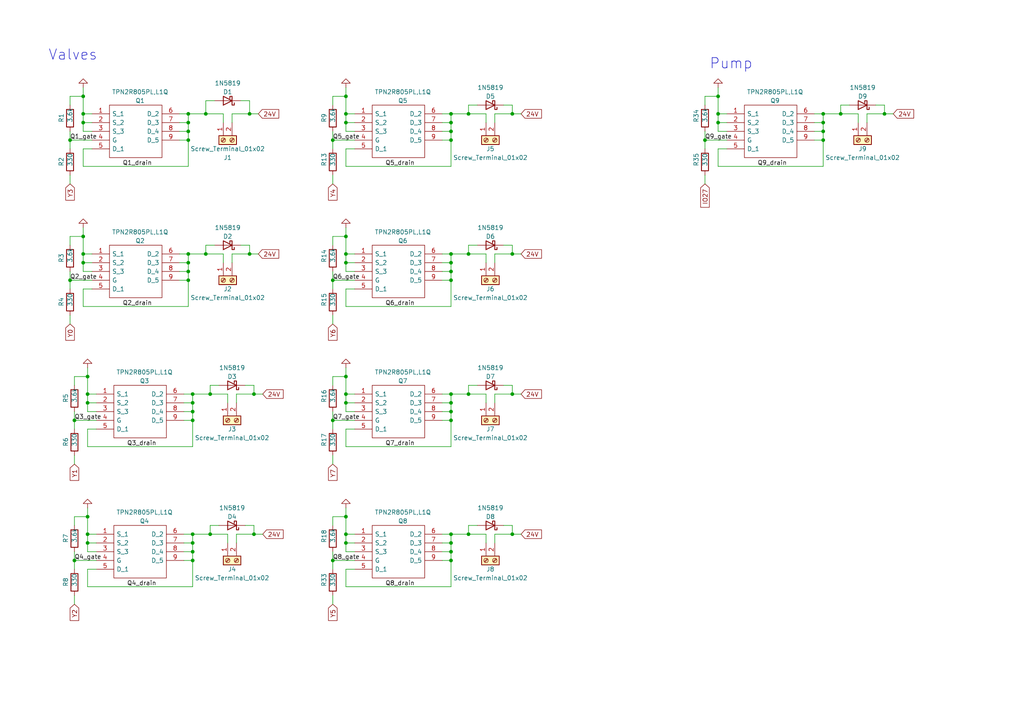
<source format=kicad_sch>
(kicad_sch (version 20231120) (generator "eeschema") (generator_version "8.0")
  (paper "A4")
  (title_block (title "Plant Watering") (date "2022-08-29") (rev "1") (company "All in one device for plant irrigation") (comment 1 "Reading moisture, processing data, including weather, switching of solenoid valves") (comment 2 "5 A peak current, max. 1 s") (comment 3 "24 V input voltage"))
  (lib_symbols
    (symbol "Connector:Screw_Terminal_01x02" (pin_names (offset 1.016) hide)
      (property "Reference" "J9" (at -1.27 -5.08 90))
      (property "Value" "Screw_Terminal_01x02" (at -1.27 -2.54 90))
      (symbol "Screw_Terminal_01x02_1_1"
        (rectangle (start -1.27 1.27) (end 1.27 -3.81) (stroke (width 0.254)) (fill (type background)))
        (circle (center 0 -2.54) (radius 0.635) (stroke (width 0.1524)))
        (polyline (pts (xy -0.5334 -2.2098) (xy 0.3302 -3.048)) (stroke (width 0.1524)))
        (polyline (pts (xy -0.5334 0.3302) (xy 0.3302 -0.508)) (stroke (width 0.1524)))
        (polyline (pts (xy -0.3556 -2.032) (xy 0.508 -2.8702)) (stroke (width 0.1524)))
        (polyline (pts (xy -0.3556 0.508) (xy 0.508 -0.3302)) (stroke (width 0.1524)))
        (circle (center 0 0) (radius 0.635) (stroke (width 0.1524)))
        (pin passive line (at -5.08 -2.54 0) (length 3.81) (name "Pin_1") (number "1"))
        (pin passive line (at -5.08 0 0) (length 3.81) (name "Pin_2") (number "2"))
      )
    )
    (symbol "Device:D_Schottky" (pin_numbers hide) (pin_names (offset 1.016) hide)
      (property "Reference" "D" (at 0 2.54 0))
      (property "Value" "D_Schottky" (at 0 -2.54 0))
      (symbol "D_Schottky_0_1"
        (polyline (pts (xy 1.27 0) (xy -1.27 0)))
        (polyline (pts (xy 1.27 1.27) (xy 1.27 -1.27) (xy -1.27 0) (xy 1.27 1.27)) (stroke (width 0.254)))
        (polyline (pts (xy -1.905 0.635) (xy -1.905 1.27) (xy -1.27 1.27) (xy -1.27 -1.27) (xy -0.635 -1.27) (xy -0.635 -0.635)) (stroke (width 0.254)))
      )
      (symbol "D_Schottky_1_1"
        (pin passive line (at -3.81 0 0) (length 2.54) (name "K") (number "1"))
        (pin passive line (at 3.81 0 180) (length 2.54) (name "A") (number "2"))
      )
    )
    (symbol "Device:R" (pin_numbers hide) (pin_names (offset 0))
      (property "Reference" "R" (at 2.032 0 90))
      (property "Value" "R" (at 0 0 90))
      (symbol "R_0_1"
        (rectangle (start -1.016 -2.54) (end 1.016 2.54) (stroke (width 0.254)))
      )
      (symbol "R_1_1"
        (pin passive line (at 0 3.81 270) (length 1.27) (name "~") (number "1"))
        (pin passive line (at 0 -3.81 90) (length 1.27) (name "~") (number "2"))
      )
    )
    (symbol "SamacSys_Parts:TPN2R805PL,L1Q" (pin_names (offset 0.762))
      (property "Reference" "Q" (at 21.59 7.62 0))
      (property "Value" "TPN2R805PL,L1Q" (at 21.59 5.08 0))
      (symbol "TPN2R805PL,L1Q_0_0"
        (pin passive line (at 0 0 0) (length 5.08) (name "S_1") (number "1"))
        (pin passive line (at 0 -2.54 0) (length 5.08) (name "S_2") (number "2"))
        (pin passive line (at 0 -5.08 0) (length 5.08) (name "S_3") (number "3"))
        (pin passive line (at 0 -7.62 0) (length 5.08) (name "G") (number "4"))
        (pin passive line (at 0 -10.16 0) (length 5.08) (name "D_1") (number "5"))
        (pin passive line (at 25.4 0 180) (length 5.08) (name "D_2") (number "6"))
        (pin passive line (at 25.4 -2.54 180) (length 5.08) (name "D_3") (number "7"))
        (pin passive line (at 25.4 -5.08 180) (length 5.08) (name "D_4") (number "8"))
        (pin passive line (at 25.4 -7.62 180) (length 5.08) (name "D_5") (number "9"))
      )
      (symbol "TPN2R805PL,L1Q_0_1"
        (polyline (pts (xy 5.08 2.54) (xy 20.32 2.54) (xy 20.32 -12.7) (xy 5.08 -12.7) (xy 5.08 2.54)) (stroke (width 0.1524)))
      )
    )
    (symbol "Screw_Terminal_01x02_1" (pin_names (offset 1.016) hide)
      (property "Reference" "J1" (at 5.08 -5.08 90))
      (property "Value" "Screw_Terminal_01x02" (at 2.54 -2.54 90))
      (symbol "Screw_Terminal_01x02_1_1_1"
        (rectangle (start -1.27 1.27) (end 1.27 -3.81) (stroke (width 0.254)) (fill (type background)))
        (circle (center 0 -2.54) (radius 0.635) (stroke (width 0.1524)))
        (polyline (pts (xy -0.5334 -2.2098) (xy 0.3302 -3.048)) (stroke (width 0.1524)))
        (polyline (pts (xy -0.5334 0.3302) (xy 0.3302 -0.508)) (stroke (width 0.1524)))
        (polyline (pts (xy -0.3556 -2.032) (xy 0.508 -2.8702)) (stroke (width 0.1524)))
        (polyline (pts (xy -0.3556 0.508) (xy 0.508 -0.3302)) (stroke (width 0.1524)))
        (circle (center 0 0) (radius 0.635) (stroke (width 0.1524)))
        (pin passive line (at -5.08 -2.54 0) (length 3.81) (name "Pin_1") (number "1"))
        (pin passive line (at -5.08 0 0) (length 3.81) (name "Pin_2") (number "2"))
      )
    )
    (symbol "Screw_Terminal_01x02_2" (pin_names (offset 1.016) hide)
      (property "Reference" "J2" (at 2.54 -5.08 90))
      (property "Value" "Screw_Terminal_01x02" (at 5.08 -2.54 90))
      (symbol "Screw_Terminal_01x02_2_1_1"
        (rectangle (start -1.27 1.27) (end 1.27 -3.81) (stroke (width 0.254)) (fill (type background)))
        (circle (center 0 -2.54) (radius 0.635) (stroke (width 0.1524)))
        (polyline (pts (xy -0.5334 -2.2098) (xy 0.3302 -3.048)) (stroke (width 0.1524)))
        (polyline (pts (xy -0.5334 0.3302) (xy 0.3302 -0.508)) (stroke (width 0.1524)))
        (polyline (pts (xy -0.3556 -2.032) (xy 0.508 -2.8702)) (stroke (width 0.1524)))
        (polyline (pts (xy -0.3556 0.508) (xy 0.508 -0.3302)) (stroke (width 0.1524)))
        (circle (center 0 0) (radius 0.635) (stroke (width 0.1524)))
        (pin passive line (at -5.08 -2.54 0) (length 3.81) (name "Pin_1") (number "1"))
        (pin passive line (at -5.08 0 0) (length 3.81) (name "Pin_2") (number "2"))
      )
    )
    (symbol "Screw_Terminal_01x02_3" (pin_names (offset 1.016) hide)
      (property "Reference" "J3" (at 2.54 -5.08 90))
      (property "Value" "Screw_Terminal_01x02" (at 5.08 -2.54 90))
      (symbol "Screw_Terminal_01x02_3_1_1"
        (rectangle (start -1.27 1.27) (end 1.27 -3.81) (stroke (width 0.254)) (fill (type background)))
        (circle (center 0 -2.54) (radius 0.635) (stroke (width 0.1524)))
        (polyline (pts (xy -0.5334 -2.2098) (xy 0.3302 -3.048)) (stroke (width 0.1524)))
        (polyline (pts (xy -0.5334 0.3302) (xy 0.3302 -0.508)) (stroke (width 0.1524)))
        (polyline (pts (xy -0.3556 -2.032) (xy 0.508 -2.8702)) (stroke (width 0.1524)))
        (polyline (pts (xy -0.3556 0.508) (xy 0.508 -0.3302)) (stroke (width 0.1524)))
        (circle (center 0 0) (radius 0.635) (stroke (width 0.1524)))
        (pin passive line (at -5.08 -2.54 0) (length 3.81) (name "Pin_1") (number "1"))
        (pin passive line (at -5.08 0 0) (length 3.81) (name "Pin_2") (number "2"))
      )
    )
    (symbol "Screw_Terminal_01x02_4" (pin_names (offset 1.016) hide)
      (property "Reference" "J4" (at -1.27 -5.08 90))
      (property "Value" "Screw_Terminal_01x02" (at -1.27 -2.54 90))
      (symbol "Screw_Terminal_01x02_4_1_1"
        (rectangle (start -1.27 1.27) (end 1.27 -3.81) (stroke (width 0.254)) (fill (type background)))
        (circle (center 0 -2.54) (radius 0.635) (stroke (width 0.1524)))
        (polyline (pts (xy -0.5334 -2.2098) (xy 0.3302 -3.048)) (stroke (width 0.1524)))
        (polyline (pts (xy -0.5334 0.3302) (xy 0.3302 -0.508)) (stroke (width 0.1524)))
        (polyline (pts (xy -0.3556 -2.032) (xy 0.508 -2.8702)) (stroke (width 0.1524)))
        (polyline (pts (xy -0.3556 0.508) (xy 0.508 -0.3302)) (stroke (width 0.1524)))
        (circle (center 0 0) (radius 0.635) (stroke (width 0.1524)))
        (pin passive line (at -5.08 -2.54 0) (length 3.81) (name "Pin_1") (number "1"))
        (pin passive line (at -5.08 0 0) (length 3.81) (name "Pin_2") (number "2"))
      )
    )
    (symbol "Screw_Terminal_01x02_5" (pin_names (offset 1.016) hide)
      (property "Reference" "J8" (at -1.27 -5.08 90))
      (property "Value" "Screw_Terminal_01x02" (at -1.27 -2.54 90))
      (symbol "Screw_Terminal_01x02_5_1_1"
        (rectangle (start -1.27 1.27) (end 1.27 -3.81) (stroke (width 0.254)) (fill (type background)))
        (circle (center 0 -2.54) (radius 0.635) (stroke (width 0.1524)))
        (polyline (pts (xy -0.5334 -2.2098) (xy 0.3302 -3.048)) (stroke (width 0.1524)))
        (polyline (pts (xy -0.5334 0.3302) (xy 0.3302 -0.508)) (stroke (width 0.1524)))
        (polyline (pts (xy -0.3556 -2.032) (xy 0.508 -2.8702)) (stroke (width 0.1524)))
        (polyline (pts (xy -0.3556 0.508) (xy 0.508 -0.3302)) (stroke (width 0.1524)))
        (circle (center 0 0) (radius 0.635) (stroke (width 0.1524)))
        (pin passive line (at -5.08 -2.54 0) (length 3.81) (name "Pin_1") (number "1"))
        (pin passive line (at -5.08 0 0) (length 3.81) (name "Pin_2") (number "2"))
      )
    )
    (symbol "Screw_Terminal_01x02_6" (pin_names (offset 1.016) hide)
      (property "Reference" "J7" (at -1.27 -5.08 90))
      (property "Value" "Screw_Terminal_01x02" (at -1.27 -2.54 90))
      (symbol "Screw_Terminal_01x02_6_1_1"
        (rectangle (start -1.27 1.27) (end 1.27 -3.81) (stroke (width 0.254)) (fill (type background)))
        (circle (center 0 -2.54) (radius 0.635) (stroke (width 0.1524)))
        (polyline (pts (xy -0.5334 -2.2098) (xy 0.3302 -3.048)) (stroke (width 0.1524)))
        (polyline (pts (xy -0.5334 0.3302) (xy 0.3302 -0.508)) (stroke (width 0.1524)))
        (polyline (pts (xy -0.3556 -2.032) (xy 0.508 -2.8702)) (stroke (width 0.1524)))
        (polyline (pts (xy -0.3556 0.508) (xy 0.508 -0.3302)) (stroke (width 0.1524)))
        (circle (center 0 0) (radius 0.635) (stroke (width 0.1524)))
        (pin passive line (at -5.08 -2.54 0) (length 3.81) (name "Pin_1") (number "1"))
        (pin passive line (at -5.08 0 0) (length 3.81) (name "Pin_2") (number "2"))
      )
    )
    (symbol "Screw_Terminal_01x02_7" (pin_names (offset 1.016) hide)
      (property "Reference" "J6" (at -1.27 -5.08 90))
      (property "Value" "Screw_Terminal_01x02_7" (at -1.27 -2.54 90))
      (symbol "Screw_Terminal_01x02_7_1_1"
        (rectangle (start -1.27 1.27) (end 1.27 -3.81) (stroke (width 0.254)) (fill (type background)))
        (circle (center 0 -2.54) (radius 0.635) (stroke (width 0.1524)))
        (polyline (pts (xy -0.5334 -2.2098) (xy 0.3302 -3.048)) (stroke (width 0.1524)))
        (polyline (pts (xy -0.5334 0.3302) (xy 0.3302 -0.508)) (stroke (width 0.1524)))
        (polyline (pts (xy -0.3556 -2.032) (xy 0.508 -2.8702)) (stroke (width 0.1524)))
        (polyline (pts (xy -0.3556 0.508) (xy 0.508 -0.3302)) (stroke (width 0.1524)))
        (circle (center 0 0) (radius 0.635) (stroke (width 0.1524)))
        (pin passive line (at -5.08 -2.54 0) (length 3.81) (name "Pin_1") (number "1"))
        (pin passive line (at -5.08 0 0) (length 3.81) (name "Pin_2") (number "2"))
      )
    )
    (symbol "Screw_Terminal_01x02_8" (pin_names (offset 1.016) hide)
      (property "Reference" "J5" (at -1.27 -5.08 90))
      (property "Value" "Screw_Terminal_01x02_8" (at -1.27 -2.54 90))
      (symbol "Screw_Terminal_01x02_8_1_1"
        (rectangle (start -1.27 1.27) (end 1.27 -3.81) (stroke (width 0.254)) (fill (type background)))
        (circle (center 0 -2.54) (radius 0.635) (stroke (width 0.1524)))
        (polyline (pts (xy -0.5334 -2.2098) (xy 0.3302 -3.048)) (stroke (width 0.1524)))
        (polyline (pts (xy -0.5334 0.3302) (xy 0.3302 -0.508)) (stroke (width 0.1524)))
        (polyline (pts (xy -0.3556 -2.032) (xy 0.508 -2.8702)) (stroke (width 0.1524)))
        (polyline (pts (xy -0.3556 0.508) (xy 0.508 -0.3302)) (stroke (width 0.1524)))
        (circle (center 0 0) (radius 0.635) (stroke (width 0.1524)))
        (pin passive line (at -5.08 -2.54 0) (length 3.81) (name "Pin_1") (number "1"))
        (pin passive line (at -5.08 0 0) (length 3.81) (name "Pin_2") (number "2"))
      )
    )
    (symbol "power:GND" (power) (pin_names (offset 0))
      (property "Value" "GND" (at 0 -3.81 0))
      (symbol "GND_0_1"
        (polyline (pts (xy 0 0) (xy 0 -1.27) (xy 1.27 -1.27) (xy 0 -2.54) (xy -1.27 -1.27) (xy 0 -1.27)))
      )
      (symbol "GND_1_1"
        (pin power_in line (at 0 0 270) (length 0) hide (name "GND") (number "1"))
      )
    )
  )
  (junction (at 20.32 40.64))
  (junction (at 148.59 114.3))
  (junction (at 100.33 73.66))
  (junction (at 135.89 33.02))
  (junction (at 55.88 157.48))
  (junction (at 25.4 114.3))
  (junction (at 54.61 76.2))
  (junction (at 100.33 116.84))
  (junction (at 54.61 81.28))
  (junction (at 100.33 154.94))
  (junction (at 100.33 35.56))
  (junction (at 238.76 40.64))
  (junction (at 130.81 38.1))
  (junction (at 100.33 33.02))
  (junction (at 130.81 119.38))
  (junction (at 130.81 76.2))
  (junction (at 100.33 68.58))
  (junction (at 238.76 38.1))
  (junction (at 96.52 162.56))
  (junction (at 96.52 81.28))
  (junction (at 130.81 157.48))
  (junction (at 100.33 76.2))
  (junction (at 148.59 33.02))
  (junction (at 208.28 35.56))
  (junction (at 100.33 157.48))
  (junction (at 54.61 40.64))
  (junction (at 72.39 33.02))
  (junction (at 130.81 78.74))
  (junction (at 54.61 38.1))
  (junction (at 59.69 33.02))
  (junction (at 148.59 154.94))
  (junction (at 25.4 149.86))
  (junction (at 130.81 33.02))
  (junction (at 54.61 73.66))
  (junction (at 148.59 73.66))
  (junction (at 60.96 154.94))
  (junction (at 24.13 68.58))
  (junction (at 238.76 33.02))
  (junction (at 55.88 116.84))
  (junction (at 21.59 121.92))
  (junction (at 73.66 114.3))
  (junction (at 100.33 27.94))
  (junction (at 130.81 154.94))
  (junction (at 73.66 154.94))
  (junction (at 55.88 114.3))
  (junction (at 24.13 33.02))
  (junction (at 72.39 73.66))
  (junction (at 54.61 35.56))
  (junction (at 100.33 149.86))
  (junction (at 55.88 119.38))
  (junction (at 130.81 114.3))
  (junction (at 130.81 81.28))
  (junction (at 130.81 40.64))
  (junction (at 55.88 162.56))
  (junction (at 24.13 27.94))
  (junction (at 130.81 116.84))
  (junction (at 135.89 154.94))
  (junction (at 256.54 33.02))
  (junction (at 130.81 35.56))
  (junction (at 135.89 73.66))
  (junction (at 25.4 157.48))
  (junction (at 238.76 35.56))
  (junction (at 59.69 73.66))
  (junction (at 130.81 73.66))
  (junction (at 135.89 114.3))
  (junction (at 208.28 27.94))
  (junction (at 204.47 40.64))
  (junction (at 21.59 162.56))
  (junction (at 20.32 81.28))
  (junction (at 25.4 154.94))
  (junction (at 54.61 78.74))
  (junction (at 130.81 121.92))
  (junction (at 55.88 121.92))
  (junction (at 208.28 33.02))
  (junction (at 96.52 40.64))
  (junction (at 55.88 154.94))
  (junction (at 24.13 76.2))
  (junction (at 243.84 33.02))
  (junction (at 60.96 114.3))
  (junction (at 96.52 121.92))
  (junction (at 25.4 109.22))
  (junction (at 54.61 33.02))
  (junction (at 25.4 116.84))
  (junction (at 55.88 160.02))
  (junction (at 100.33 109.22))
  (junction (at 100.33 114.3))
  (junction (at 130.81 162.56))
  (junction (at 24.13 73.66))
  (junction (at 130.81 160.02))
  (junction (at 24.13 35.56))
  (wire (pts (xy 146.05 71.12) (xy 148.59 71.12)))
  (wire (pts (xy 151.13 154.94) (xy 148.59 154.94)))
  (wire (pts (xy 100.33 88.9) (xy 130.81 88.9)))
  (wire (pts (xy 27.94 160.02) (xy 25.4 160.02)))
  (wire (pts (xy 20.32 40.64) (xy 20.32 43.18)))
  (wire (pts (xy 100.33 149.86) (xy 100.33 147.32)))
  (wire (pts (xy 138.43 30.48) (xy 135.89 30.48)))
  (wire (pts (xy 25.4 124.46) (xy 25.4 129.54)))
  (wire (pts (xy 130.81 119.38) (xy 128.27 119.38)))
  (wire (pts (xy 135.89 114.3) (xy 130.81 114.3)))
  (wire (pts (xy 130.81 160.02) (xy 128.27 160.02)))
  (wire (pts (xy 64.77 73.66) (xy 59.69 73.66)))
  (wire (pts (xy 100.33 170.18) (xy 130.81 170.18)))
  (wire (pts (xy 100.33 119.38) (xy 100.33 116.84)))
  (wire (pts (xy 96.52 111.76) (xy 96.52 109.22)))
  (wire (pts (xy 55.88 119.38) (xy 53.34 119.38)))
  (wire (pts (xy 74.93 73.66) (xy 72.39 73.66)))
  (wire (pts (xy 208.28 33.02) (xy 208.28 27.94)))
  (wire (pts (xy 100.33 109.22) (xy 100.33 106.68)))
  (wire (pts (xy 100.33 78.74) (xy 100.33 76.2)))
  (wire (pts (xy 60.96 111.76) (xy 60.96 114.3)))
  (wire (pts (xy 151.13 33.02) (xy 148.59 33.02)))
  (wire (pts (xy 25.4 160.02) (xy 25.4 157.48)))
  (wire (pts (xy 130.81 119.38) (xy 130.81 116.84)))
  (wire (pts (xy 54.61 81.28) (xy 54.61 78.74)))
  (wire (pts (xy 130.81 121.92) (xy 130.81 119.38)))
  (wire (pts (xy 130.81 157.48) (xy 128.27 157.48)))
  (wire (pts (xy 102.87 162.56) (xy 96.52 162.56)))
  (wire (pts (xy 55.88 129.54) (xy 55.88 121.92)))
  (wire (pts (xy 96.52 40.64) (xy 96.52 38.1)))
  (wire (pts (xy 54.61 73.66) (xy 52.07 73.66)))
  (wire (pts (xy 100.33 38.1) (xy 100.33 35.56)))
  (wire (pts (xy 25.4 149.86) (xy 25.4 147.32)))
  (wire (pts (xy 72.39 73.66) (xy 67.31 73.66)))
  (wire (pts (xy 21.59 109.22) (xy 25.4 109.22)))
  (wire (pts (xy 21.59 160.02) (xy 21.59 162.56)))
  (wire (pts (xy 238.76 33.02) (xy 236.22 33.02)))
  (wire (pts (xy 135.89 71.12) (xy 135.89 73.66)))
  (wire (pts (xy 100.33 33.02) (xy 100.33 27.94)))
  (wire (pts (xy 72.39 71.12) (xy 72.39 73.66)))
  (wire (pts (xy 148.59 73.66) (xy 143.51 73.66)))
  (wire (pts (xy 26.67 78.74) (xy 24.13 78.74)))
  (wire (pts (xy 21.59 132.08) (xy 21.59 134.62)))
  (wire (pts (xy 55.88 114.3) (xy 53.34 114.3)))
  (wire (pts (xy 148.59 30.48) (xy 148.59 33.02)))
  (wire (pts (xy 25.4 170.18) (xy 55.88 170.18)))
  (wire (pts (xy 69.85 29.21) (xy 72.39 29.21)))
  (wire (pts (xy 210.82 40.64) (xy 204.47 40.64)))
  (wire (pts (xy 248.92 35.56) (xy 248.92 33.02)))
  (wire (pts (xy 140.97 76.2) (xy 140.97 73.66)))
  (wire (pts (xy 102.87 114.3) (xy 100.33 114.3)))
  (wire (pts (xy 66.04 116.84) (xy 66.04 114.3)))
  (wire (pts (xy 96.52 81.28) (xy 96.52 83.82)))
  (wire (pts (xy 20.32 40.64) (xy 20.32 38.1)))
  (wire (pts (xy 130.81 40.64) (xy 128.27 40.64)))
  (wire (pts (xy 100.33 129.54) (xy 130.81 129.54)))
  (wire (pts (xy 238.76 35.56) (xy 236.22 35.56)))
  (wire (pts (xy 66.04 114.3) (xy 60.96 114.3)))
  (wire (pts (xy 130.81 116.84) (xy 128.27 116.84)))
  (wire (pts (xy 238.76 35.56) (xy 238.76 33.02)))
  (wire (pts (xy 146.05 152.4) (xy 148.59 152.4)))
  (wire (pts (xy 54.61 35.56) (xy 54.61 38.1)))
  (wire (pts (xy 100.33 154.94) (xy 100.33 149.86)))
  (wire (pts (xy 52.07 35.56) (xy 54.61 35.56)))
  (wire (pts (xy 54.61 78.74) (xy 54.61 76.2)))
  (wire (pts (xy 54.61 78.74) (xy 52.07 78.74)))
  (wire (pts (xy 140.97 114.3) (xy 135.89 114.3)))
  (wire (pts (xy 130.81 114.3) (xy 128.27 114.3)))
  (wire (pts (xy 21.59 121.92) (xy 21.59 124.46)))
  (wire (pts (xy 96.52 121.92) (xy 96.52 124.46)))
  (wire (pts (xy 130.81 129.54) (xy 130.81 121.92)))
  (wire (pts (xy 146.05 111.76) (xy 148.59 111.76)))
  (wire (pts (xy 96.52 71.12) (xy 96.52 68.58)))
  (wire (pts (xy 71.12 111.76) (xy 73.66 111.76)))
  (wire (pts (xy 135.89 73.66) (xy 130.81 73.66)))
  (wire (pts (xy 238.76 40.64) (xy 238.76 38.1)))
  (wire (pts (xy 130.81 81.28) (xy 130.81 78.74)))
  (wire (pts (xy 151.13 73.66) (xy 148.59 73.66)))
  (wire (pts (xy 148.59 154.94) (xy 143.51 154.94)))
  (wire (pts (xy 20.32 68.58) (xy 24.13 68.58)))
  (wire (pts (xy 102.87 83.82) (xy 100.33 83.82)))
  (wire (pts (xy 102.87 76.2) (xy 100.33 76.2)))
  (wire (pts (xy 135.89 152.4) (xy 135.89 154.94)))
  (wire (pts (xy 102.87 43.18) (xy 100.33 43.18)))
  (wire (pts (xy 130.81 162.56) (xy 128.27 162.56)))
  (wire (pts (xy 64.77 76.2) (xy 64.77 73.66)))
  (wire (pts (xy 96.52 68.58) (xy 100.33 68.58)))
  (wire (pts (xy 64.77 35.56) (xy 64.77 33.02)))
  (wire (pts (xy 20.32 78.74) (xy 20.32 81.28)))
  (wire (pts (xy 102.87 157.48) (xy 100.33 157.48)))
  (wire (pts (xy 55.88 157.48) (xy 53.34 157.48)))
  (wire (pts (xy 52.07 40.64) (xy 54.61 40.64)))
  (wire (pts (xy 26.67 76.2) (xy 24.13 76.2)))
  (wire (pts (xy 25.4 116.84) (xy 25.4 114.3)))
  (wire (pts (xy 130.81 76.2) (xy 130.81 73.66)))
  (wire (pts (xy 96.52 119.38) (xy 96.52 121.92)))
  (wire (pts (xy 25.4 106.68) (xy 25.4 109.22)))
  (wire (pts (xy 140.97 157.48) (xy 140.97 154.94)))
  (wire (pts (xy 21.59 152.4) (xy 21.59 149.86)))
  (wire (pts (xy 130.81 160.02) (xy 130.81 157.48)))
  (wire (pts (xy 140.97 73.66) (xy 135.89 73.66)))
  (wire (pts (xy 96.52 30.48) (xy 96.52 27.94)))
  (wire (pts (xy 71.12 152.4) (xy 73.66 152.4)))
  (wire (pts (xy 140.97 154.94) (xy 135.89 154.94)))
  (wire (pts (xy 138.43 71.12) (xy 135.89 71.12)))
  (wire (pts (xy 20.32 27.94) (xy 24.13 27.94)))
  (wire (pts (xy 24.13 78.74) (xy 24.13 76.2)))
  (wire (pts (xy 210.82 33.02) (xy 208.28 33.02)))
  (wire (pts (xy 25.4 129.54) (xy 55.88 129.54)))
  (wire (pts (xy 54.61 38.1) (xy 54.61 40.64)))
  (wire (pts (xy 256.54 33.02) (xy 251.46 33.02)))
  (wire (pts (xy 148.59 33.02) (xy 143.51 33.02)))
  (wire (pts (xy 243.84 33.02) (xy 238.76 33.02)))
  (wire (pts (xy 100.33 165.1) (xy 100.33 170.18)))
  (wire (pts (xy 130.81 170.18) (xy 130.81 162.56)))
  (wire (pts (xy 72.39 33.02) (xy 74.93 33.02)))
  (wire (pts (xy 130.81 116.84) (xy 130.81 114.3)))
  (wire (pts (xy 69.85 71.12) (xy 72.39 71.12)))
  (wire (pts (xy 66.04 154.94) (xy 60.96 154.94)))
  (wire (pts (xy 24.13 68.58) (xy 24.13 73.66)))
  (wire (pts (xy 102.87 35.56) (xy 100.33 35.56)))
  (wire (pts (xy 130.81 48.26) (xy 130.81 40.64)))
  (wire (pts (xy 55.88 116.84) (xy 55.88 114.3)))
  (wire (pts (xy 27.94 114.3) (xy 25.4 114.3)))
  (wire (pts (xy 26.67 43.18) (xy 24.13 43.18)))
  (wire (pts (xy 243.84 30.48) (xy 243.84 33.02)))
  (wire (pts (xy 102.87 38.1) (xy 100.33 38.1)))
  (wire (pts (xy 100.33 114.3) (xy 100.33 109.22)))
  (wire (pts (xy 27.94 154.94) (xy 25.4 154.94)))
  (wire (pts (xy 148.59 152.4) (xy 148.59 154.94)))
  (wire (pts (xy 27.94 124.46) (xy 25.4 124.46)))
  (wire (pts (xy 102.87 121.92) (xy 96.52 121.92)))
  (wire (pts (xy 130.81 162.56) (xy 130.81 160.02)))
  (wire (pts (xy 55.88 116.84) (xy 53.34 116.84)))
  (wire (pts (xy 24.13 73.66) (xy 24.13 76.2)))
  (wire (pts (xy 138.43 152.4) (xy 135.89 152.4)))
  (wire (pts (xy 27.94 121.92) (xy 21.59 121.92)))
  (wire (pts (xy 24.13 48.26) (xy 54.61 48.26)))
  (wire (pts (xy 204.47 40.64) (xy 204.47 43.18)))
  (wire (pts (xy 52.07 38.1) (xy 54.61 38.1)))
  (wire (pts (xy 143.51 73.66) (xy 143.51 76.2)))
  (wire (pts (xy 130.81 38.1) (xy 128.27 38.1)))
  (wire (pts (xy 55.88 160.02) (xy 53.34 160.02)))
  (wire (pts (xy 102.87 165.1) (xy 100.33 165.1)))
  (wire (pts (xy 54.61 33.02) (xy 54.61 35.56)))
  (wire (pts (xy 100.33 68.58) (xy 100.33 66.04)))
  (wire (pts (xy 130.81 35.56) (xy 128.27 35.56)))
  (wire (pts (xy 25.4 165.1) (xy 25.4 170.18)))
  (wire (pts (xy 24.13 83.82) (xy 24.13 88.9)))
  (wire (pts (xy 24.13 43.18) (xy 24.13 48.26)))
  (wire (pts (xy 72.39 29.21) (xy 72.39 33.02)))
  (wire (pts (xy 210.82 43.18) (xy 208.28 43.18)))
  (wire (pts (xy 24.13 35.56) (xy 26.67 35.56)))
  (wire (pts (xy 130.81 154.94) (xy 128.27 154.94)))
  (wire (pts (xy 96.52 172.72) (xy 96.52 175.26)))
  (wire (pts (xy 248.92 33.02) (xy 243.84 33.02)))
  (wire (pts (xy 20.32 71.12) (xy 20.32 68.58)))
  (wire (pts (xy 24.13 25.4) (xy 24.13 27.94)))
  (wire (pts (xy 24.13 73.66) (xy 26.67 73.66)))
  (wire (pts (xy 100.33 73.66) (xy 100.33 68.58)))
  (wire (pts (xy 148.59 71.12) (xy 148.59 73.66)))
  (wire (pts (xy 21.59 149.86) (xy 25.4 149.86)))
  (wire (pts (xy 73.66 111.76) (xy 73.66 114.3)))
  (wire (pts (xy 54.61 76.2) (xy 54.61 73.66)))
  (wire (pts (xy 238.76 40.64) (xy 236.22 40.64)))
  (wire (pts (xy 73.66 152.4) (xy 73.66 154.94)))
  (wire (pts (xy 135.89 30.48) (xy 135.89 33.02)))
  (wire (pts (xy 100.33 116.84) (xy 100.33 114.3)))
  (wire (pts (xy 210.82 38.1) (xy 208.28 38.1)))
  (wire (pts (xy 73.66 114.3) (xy 68.58 114.3)))
  (wire (pts (xy 54.61 76.2) (xy 52.07 76.2)))
  (wire (pts (xy 140.97 35.56) (xy 140.97 33.02)))
  (wire (pts (xy 54.61 81.28) (xy 52.07 81.28)))
  (wire (pts (xy 55.88 121.92) (xy 53.34 121.92)))
  (wire (pts (xy 130.81 78.74) (xy 130.81 76.2)))
  (wire (pts (xy 26.67 40.64) (xy 20.32 40.64)))
  (wire (pts (xy 96.52 91.44) (xy 96.52 93.98)))
  (wire (pts (xy 96.52 162.56) (xy 96.52 165.1)))
  (wire (pts (xy 21.59 121.92) (xy 21.59 119.38)))
  (wire (pts (xy 102.87 160.02) (xy 100.33 160.02)))
  (wire (pts (xy 96.52 78.74) (xy 96.52 81.28)))
  (wire (pts (xy 20.32 81.28) (xy 20.32 83.82)))
  (wire (pts (xy 20.32 91.44) (xy 20.32 93.98)))
  (wire (pts (xy 130.81 121.92) (xy 128.27 121.92)))
  (wire (pts (xy 25.4 119.38) (xy 25.4 116.84)))
  (wire (pts (xy 100.33 157.48) (xy 100.33 154.94)))
  (wire (pts (xy 55.88 121.92) (xy 55.88 119.38)))
  (wire (pts (xy 208.28 27.94) (xy 208.28 25.4)))
  (wire (pts (xy 135.89 33.02) (xy 130.81 33.02)))
  (wire (pts (xy 24.13 35.56) (xy 24.13 38.1)))
  (wire (pts (xy 148.59 114.3) (xy 143.51 114.3)))
  (wire (pts (xy 208.28 48.26) (xy 238.76 48.26)))
  (wire (pts (xy 62.23 71.12) (xy 59.69 71.12)))
  (wire (pts (xy 96.52 152.4) (xy 96.52 149.86)))
  (wire (pts (xy 130.81 38.1) (xy 130.81 35.56)))
  (wire (pts (xy 208.28 35.56) (xy 208.28 33.02)))
  (wire (pts (xy 151.13 114.3) (xy 148.59 114.3)))
  (wire (pts (xy 130.81 73.66) (xy 128.27 73.66)))
  (wire (pts (xy 76.2 154.94) (xy 73.66 154.94)))
  (wire (pts (xy 76.2 114.3) (xy 73.66 114.3)))
  (wire (pts (xy 130.81 78.74) (xy 128.27 78.74)))
  (wire (pts (xy 135.89 154.94) (xy 130.81 154.94)))
  (wire (pts (xy 102.87 33.02) (xy 100.33 33.02)))
  (wire (pts (xy 55.88 160.02) (xy 55.88 157.48)))
  (wire (pts (xy 146.05 30.48) (xy 148.59 30.48)))
  (wire (pts (xy 63.5 152.4) (xy 60.96 152.4)))
  (wire (pts (xy 102.87 81.28) (xy 96.52 81.28)))
  (wire (pts (xy 59.69 33.02) (xy 54.61 33.02)))
  (wire (pts (xy 62.23 29.21) (xy 59.69 29.21)))
  (wire (pts (xy 100.33 43.18) (xy 100.33 48.26)))
  (wire (pts (xy 54.61 88.9) (xy 54.61 81.28)))
  (wire (pts (xy 130.81 33.02) (xy 128.27 33.02)))
  (wire (pts (xy 27.94 116.84) (xy 25.4 116.84)))
  (wire (pts (xy 63.5 111.76) (xy 60.96 111.76)))
  (wire (pts (xy 67.31 33.02) (xy 72.39 33.02)))
  (wire (pts (xy 130.81 40.64) (xy 130.81 38.1)))
  (wire (pts (xy 102.87 40.64) (xy 96.52 40.64)))
  (wire (pts (xy 259.08 33.02) (xy 256.54 33.02)))
  (wire (pts (xy 204.47 27.94) (xy 208.28 27.94)))
  (wire (pts (xy 26.67 83.82) (xy 24.13 83.82)))
  (wire (pts (xy 24.13 27.94) (xy 24.13 33.02)))
  (wire (pts (xy 59.69 71.12) (xy 59.69 73.66)))
  (wire (pts (xy 21.59 162.56) (xy 21.59 165.1)))
  (wire (pts (xy 55.88 119.38) (xy 55.88 116.84)))
  (wire (pts (xy 204.47 30.48) (xy 204.47 27.94)))
  (wire (pts (xy 130.81 81.28) (xy 128.27 81.28)))
  (wire (pts (xy 27.94 157.48) (xy 25.4 157.48)))
  (wire (pts (xy 143.51 33.02) (xy 143.51 35.56)))
  (wire (pts (xy 96.52 109.22) (xy 100.33 109.22)))
  (wire (pts (xy 102.87 119.38) (xy 100.33 119.38)))
  (wire (pts (xy 25.4 157.48) (xy 25.4 154.94)))
  (wire (pts (xy 20.32 50.8) (xy 20.32 53.34)))
  (wire (pts (xy 27.94 162.56) (xy 21.59 162.56)))
  (wire (pts (xy 130.81 88.9) (xy 130.81 81.28)))
  (wire (pts (xy 100.33 124.46) (xy 100.33 129.54)))
  (wire (pts (xy 100.33 83.82) (xy 100.33 88.9)))
  (wire (pts (xy 100.33 76.2) (xy 100.33 73.66)))
  (wire (pts (xy 55.88 154.94) (xy 53.34 154.94)))
  (wire (pts (xy 143.51 154.94) (xy 143.51 157.48)))
  (wire (pts (xy 102.87 116.84) (xy 100.33 116.84)))
  (wire (pts (xy 254 30.48) (xy 256.54 30.48)))
  (wire (pts (xy 55.88 162.56) (xy 55.88 160.02)))
  (wire (pts (xy 130.81 76.2) (xy 128.27 76.2)))
  (wire (pts (xy 238.76 38.1) (xy 236.22 38.1)))
  (wire (pts (xy 60.96 154.94) (xy 55.88 154.94)))
  (wire (pts (xy 67.31 35.56) (xy 67.31 33.02)))
  (wire (pts (xy 246.38 30.48) (xy 243.84 30.48)))
  (wire (pts (xy 102.87 124.46) (xy 100.33 124.46)))
  (wire (pts (xy 21.59 111.76) (xy 21.59 109.22)))
  (wire (pts (xy 96.52 132.08) (xy 96.52 134.62)))
  (wire (pts (xy 96.52 160.02) (xy 96.52 162.56)))
  (wire (pts (xy 100.33 48.26) (xy 130.81 48.26)))
  (wire (pts (xy 96.52 50.8) (xy 96.52 53.34)))
  (wire (pts (xy 102.87 73.66) (xy 100.33 73.66)))
  (wire (pts (xy 24.13 33.02) (xy 24.13 35.56)))
  (wire (pts (xy 256.54 30.48) (xy 256.54 33.02)))
  (wire (pts (xy 102.87 78.74) (xy 100.33 78.74)))
  (wire (pts (xy 238.76 48.26) (xy 238.76 40.64)))
  (wire (pts (xy 67.31 73.66) (xy 67.31 76.2)))
  (wire (pts (xy 20.32 30.48) (xy 20.32 27.94)))
  (wire (pts (xy 55.88 170.18) (xy 55.88 162.56)))
  (wire (pts (xy 138.43 111.76) (xy 135.89 111.76)))
  (wire (pts (xy 24.13 66.04) (xy 24.13 68.58)))
  (wire (pts (xy 64.77 33.02) (xy 59.69 33.02)))
  (wire (pts (xy 24.13 33.02) (xy 26.67 33.02)))
  (wire (pts (xy 208.28 38.1) (xy 208.28 35.56)))
  (wire (pts (xy 26.67 81.28) (xy 20.32 81.28)))
  (wire (pts (xy 140.97 33.02) (xy 135.89 33.02)))
  (wire (pts (xy 148.59 111.76) (xy 148.59 114.3)))
  (wire (pts (xy 27.94 119.38) (xy 25.4 119.38)))
  (wire (pts (xy 66.04 157.48) (xy 66.04 154.94)))
  (wire (pts (xy 54.61 40.64) (xy 54.61 48.26)))
  (wire (pts (xy 208.28 43.18) (xy 208.28 48.26)))
  (wire (pts (xy 25.4 154.94) (xy 25.4 149.86)))
  (wire (pts (xy 52.07 33.02) (xy 54.61 33.02)))
  (wire (pts (xy 24.13 88.9) (xy 54.61 88.9)))
  (wire (pts (xy 25.4 109.22) (xy 25.4 114.3)))
  (wire (pts (xy 60.96 152.4) (xy 60.96 154.94)))
  (wire (pts (xy 130.81 157.48) (xy 130.81 154.94)))
  (wire (pts (xy 204.47 38.1) (xy 204.47 40.64)))
  (wire (pts (xy 73.66 154.94) (xy 68.58 154.94)))
  (wire (pts (xy 238.76 38.1) (xy 238.76 35.56)))
  (wire (pts (xy 96.52 149.86) (xy 100.33 149.86)))
  (wire (pts (xy 96.52 40.64) (xy 96.52 43.18)))
  (wire (pts (xy 55.88 162.56) (xy 53.34 162.56)))
  (wire (pts (xy 140.97 116.84) (xy 140.97 114.3)))
  (wire (pts (xy 143.51 114.3) (xy 143.51 116.84)))
  (wire (pts (xy 251.46 33.02) (xy 251.46 35.56)))
  (wire (pts (xy 27.94 165.1) (xy 25.4 165.1)))
  (wire (pts (xy 135.89 111.76) (xy 135.89 114.3)))
  (wire (pts (xy 55.88 157.48) (xy 55.88 154.94)))
  (wire (pts (xy 68.58 114.3) (xy 68.58 116.84)))
  (wire (pts (xy 21.59 172.72) (xy 21.59 175.26)))
  (wire (pts (xy 26.67 38.1) (xy 24.13 38.1)))
  (wire (pts (xy 102.87 154.94) (xy 100.33 154.94)))
  (wire (pts (xy 210.82 35.56) (xy 208.28 35.56)))
  (wire (pts (xy 59.69 29.21) (xy 59.69 33.02)))
  (wire (pts (xy 96.52 27.94) (xy 100.33 27.94)))
  (wire (pts (xy 204.47 50.8) (xy 204.47 53.34)))
  (wire (pts (xy 60.96 114.3) (xy 55.88 114.3)))
  (wire (pts (xy 130.81 35.56) (xy 130.81 33.02)))
  (wire (pts (xy 68.58 154.94) (xy 68.58 157.48)))
  (wire (pts (xy 100.33 35.56) (xy 100.33 33.02)))
  (wire (pts (xy 100.33 160.02) (xy 100.33 157.48)))
  (wire (pts (xy 100.33 27.94) (xy 100.33 25.4)))
  (wire (pts (xy 59.69 73.66) (xy 54.61 73.66)))
  (text "Valves" (at 13.97 17.78 0) (effects (font (size 3 3)) (justify left bottom)))
  (text "Pump" (at 205.74 20.32 0) (effects (font (size 3 3)) (justify left bottom)))
  (label "Q9_gate" (at 204.47 40.64 0))
  (label "Q2_gate" (at 20.32 81.28 0))
  (label "Q3_drain" (at 36.83 129.54 0))
  (label "Q7_gate" (at 96.52 121.92 0))
  (label "Q5_drain" (at 111.76 48.26 0))
  (label "Q2_drain" (at 35.56 88.9 0))
  (label "Q4_gate" (at 21.59 162.56 0))
  (label "Q7_drain" (at 111.76 129.54 0))
  (label "Q8_drain" (at 111.76 170.18 0))
  (label "Q1_gate" (at 20.32 40.64 0))
  (label "Q9_drain" (at 219.71 48.26 0))
  (label "Q6_drain" (at 111.76 88.9 0))
  (label "Q8_gate" (at 96.52 162.56 0))
  (label "Q6_gate" (at 96.52 81.28 0))
  (label "Q3_gate" (at 21.59 121.92 0))
  (label "Q1_drain" (at 35.56 48.26 0))
  (label "Q4_drain" (at 36.83 170.18 0))
  (label "Q5_gate" (at 96.52 40.64 0))
  (global_label "Y7" (shape input) (at 96.52 134.62 270) (property "Intersheetrefs" "${INTERSHEET_REFS}" (effects (hide yes))))
  (global_label "24V" (shape input) (at 151.13 114.3 0) (property "Intersheetrefs" "${INTERSHEET_REFS}" (effects (hide yes))))
  (global_label "24V" (shape input) (at 74.93 73.66 0) (property "Intersheetrefs" "${INTERSHEET_REFS}" (effects (hide yes))))
  (global_label "24V" (shape input) (at 76.2 114.3 0) (property "Intersheetrefs" "${INTERSHEET_REFS}" (effects (hide yes))))
  (global_label "Y2" (shape input) (at 21.59 175.26 270) (property "Intersheetrefs" "${INTERSHEET_REFS}" (effects (hide yes))))
  (global_label "24V" (shape input) (at 76.2 154.94 0) (property "Intersheetrefs" "${INTERSHEET_REFS}" (effects (hide yes))))
  (global_label "Y5" (shape input) (at 96.52 175.26 270) (property "Intersheetrefs" "${INTERSHEET_REFS}" (effects (hide yes))))
  (global_label "24V" (shape input) (at 74.93 33.02 0) (property "Intersheetrefs" "${INTERSHEET_REFS}" (effects (hide yes))))
  (global_label "24V" (shape input) (at 151.13 33.02 0) (property "Intersheetrefs" "${INTERSHEET_REFS}" (effects (hide yes))))
  (global_label "24V" (shape input) (at 151.13 73.66 0) (property "Intersheetrefs" "${INTERSHEET_REFS}" (effects (hide yes))))
  (global_label "IO27" (shape input) (at 204.47 53.34 270) (property "Intersheetrefs" "${INTERSHEET_REFS}" (effects (hide yes))))
  (global_label "24V" (shape input) (at 151.13 154.94 0) (property "Intersheetrefs" "${INTERSHEET_REFS}" (effects (hide yes))))
  (global_label "Y1" (shape input) (at 21.59 134.62 270) (property "Intersheetrefs" "${INTERSHEET_REFS}" (effects (hide yes))))
  (global_label "Y0" (shape input) (at 20.32 93.98 270) (property "Intersheetrefs" "${INTERSHEET_REFS}" (effects (hide yes))))
  (global_label "24V" (shape input) (at 259.08 33.02 0) (property "Intersheetrefs" "${INTERSHEET_REFS}" (effects (hide yes))))
  (global_label "Y4" (shape input) (at 96.52 53.34 270) (property "Intersheetrefs" "${INTERSHEET_REFS}" (effects (hide yes))))
  (global_label "Y6" (shape input) (at 96.52 93.98 270) (property "Intersheetrefs" "${INTERSHEET_REFS}" (effects (hide yes))))
  (global_label "Y3" (shape input) (at 20.32 53.34 270) (property "Intersheetrefs" "${INTERSHEET_REFS}" (effects (hide yes))))
  (symbol (lib_id "Device:R") (at 96.52 156.21 0) (unit 1)
    (property "Reference" "R18" (at 93.98 157.48 90) (effects (justify left)))
    (property "Value" "3.6k" (at 96.52 157.48 90) (effects (justify left)))
    (property "Footprint" "Resistor_SMD:R_0805_2012Metric" (effects (hide yes)))
    (property "LCSC" "C22775" (effects (hide yes)))
  )
  (symbol (lib_id "Device:R") (at 20.32 46.99 0) (unit 1)
    (property "Reference" "R2" (at 17.78 48.26 90) (effects (justify left)))
    (property "Value" "330" (at 20.32 48.26 90) (effects (justify left)))
    (property "Footprint" "Resistor_SMD:R_0805_2012Metric" (effects (hide yes)))
    (property "LCSC" "C22775" (effects (hide yes)))
  )
  (symbol (lib_id "Device:R") (at 21.59 115.57 0) (unit 1)
    (property "Reference" "R5" (at 19.05 116.84 90) (effects (justify left)))
    (property "Value" "3.6k" (at 21.59 116.84 90) (effects (justify left)))
    (property "Footprint" "Resistor_SMD:R_0805_2012Metric" (effects (hide yes)))
    (property "LCSC" "C22775" (effects (hide yes)))
  )
  (symbol (lib_id "SamacSys_Parts:TPN2R805PL,L1Q") (at 26.67 33.02 0) (unit 1)
    (property "Reference" "Q1" (at 40.64 29.21 0))
    (property "Value" "TPN2R805PL,L1Q" (at 40.64 26.67 0))
    (property "Footprint" "SamacSys_Parts:TPN2R805PLL1Q" (effects (hide yes)))
    (property "Description" "N-Channel 45 V 139A (Ta), 80A (Tc) 2.67W (Ta), 104W (Tc) Surface Mount 8-TSON Advance (3.1x3.1)" (effects (hide yes)))
    (property "Height" "0.9" (effects (hide yes)))
    (property "Manufacturer_Name" "Toshiba" (effects (hide yes)))
    (property "Manufacturer_Part_Number" "TPN2R805PL,L1Q" (effects (hide yes)))
  )
  (symbol (lib_id "Device:R") (at 96.52 168.91 0) (unit 1)
    (property "Reference" "R33" (at 93.98 170.18 90) (effects (justify left)))
    (property "Value" "330" (at 96.52 170.18 90) (effects (justify left)))
    (property "Footprint" "Resistor_SMD:R_0805_2012Metric" (effects (hide yes)))
    (property "LCSC" "C22775" (effects (hide yes)))
  )
  (symbol (lib_id "Device:R") (at 96.52 115.57 0) (unit 1)
    (property "Reference" "R16" (at 93.98 116.84 90) (effects (justify left)))
    (property "Value" "3.6k" (at 96.52 116.84 90) (effects (justify left)))
    (property "Footprint" "Resistor_SMD:R_0805_2012Metric" (effects (hide yes)))
    (property "LCSC" "C22775" (effects (hide yes)))
  )
  (symbol (lib_id "SamacSys_Parts:TPN2R805PL,L1Q") (at 26.67 73.66 0) (unit 1)
    (property "Reference" "Q2" (at 40.64 69.85 0))
    (property "Value" "TPN2R805PL,L1Q" (at 40.64 67.31 0))
    (property "Footprint" "SamacSys_Parts:TPN2R805PLL1Q" (effects (hide yes)))
    (property "Description" "N-Channel 45 V 139A (Ta), 80A (Tc) 2.67W (Ta), 104W (Tc) Surface Mount 8-TSON Advance (3.1x3.1)" (effects (hide yes)))
    (property "Height" "0.9" (effects (hide yes)))
    (property "Manufacturer_Name" "Toshiba" (effects (hide yes)))
    (property "Manufacturer_Part_Number" "TPN2R805PL,L1Q" (effects (hide yes)))
  )
  (symbol (lib_id "Device:D_Schottky") (at 142.24 111.76 180) (unit 1)
    (property "Reference" "D7" (at 142.24 109.22 0))
    (property "Value" "1N5819" (at 142.24 106.68 0))
    (property "Footprint" "Diode_SMD:D_SMA" (effects (hide yes)))
    (property "LCSC" "C437199" (effects (hide yes)))
  )
  (symbol (lib_id "Device:R") (at 20.32 87.63 0) (unit 1)
    (property "Reference" "R4" (at 17.78 88.9 90) (effects (justify left)))
    (property "Value" "330" (at 20.32 88.9 90) (effects (justify left)))
    (property "Footprint" "Resistor_SMD:R_0805_2012Metric" (effects (hide yes)))
    (property "LCSC" "C22775" (effects (hide yes)))
  )
  (symbol (lib_name "Screw_Terminal_01x02_2") (lib_id "Connector:Screw_Terminal_01x02") (at 67.31 81.28 270) (unit 1)
    (property "Reference" "J2" (at 66.04 83.82 90))
    (property "Value" "Screw_Terminal_01x02" (at 66.04 86.36 90))
    (property "Footprint" "TerminalBlock_Phoenix:TerminalBlock_Phoenix_PT-1,5-2-3.5-H_1x02_P3.50mm_Horizontal" (effects (hide yes)))
    (property "LCSC" "C474930" (effects (hide yes)))
  )
  (symbol (lib_id "Device:D_Schottky") (at 66.04 71.12 180) (unit 1)
    (property "Reference" "D2" (at 66.04 68.58 0))
    (property "Value" "1N5819" (at 66.04 66.04 0))
    (property "Footprint" "Diode_SMD:D_SMA" (effects (hide yes)))
    (property "LCSC" "C437199" (effects (hide yes)))
  )
  (symbol (lib_id "Device:R") (at 21.59 156.21 0) (unit 1)
    (property "Reference" "R7" (at 19.05 157.48 90) (effects (justify left)))
    (property "Value" "3.6k" (at 21.59 157.48 90) (effects (justify left)))
    (property "Footprint" "Resistor_SMD:R_0805_2012Metric" (effects (hide yes)))
    (property "LCSC" "C22775" (effects (hide yes)))
  )
  (symbol (lib_id "SamacSys_Parts:TPN2R805PL,L1Q") (at 27.94 114.3 0) (unit 1)
    (property "Reference" "Q3" (at 41.91 110.49 0))
    (property "Value" "TPN2R805PL,L1Q" (at 41.91 107.95 0))
    (property "Footprint" "SamacSys_Parts:TPN2R805PLL1Q" (effects (hide yes)))
    (property "Description" "N-Channel 45 V 139A (Ta), 80A (Tc) 2.67W (Ta), 104W (Tc) Surface Mount 8-TSON Advance (3.1x3.1)" (effects (hide yes)))
    (property "Height" "0.9" (effects (hide yes)))
    (property "Manufacturer_Name" "Toshiba" (effects (hide yes)))
    (property "Manufacturer_Part_Number" "TPN2R805PL,L1Q" (effects (hide yes)))
  )
  (symbol (lib_name "Screw_Terminal_01x02_1") (lib_id "Connector:Screw_Terminal_01x02") (at 67.31 40.64 270) (unit 1)
    (property "Reference" "J1" (at 66.04 45.72 90))
    (property "Value" "Screw_Terminal_01x02" (at 66.04 43.18 90))
    (property "Footprint" "TerminalBlock_Phoenix:TerminalBlock_Phoenix_PT-1,5-2-3.5-H_1x02_P3.50mm_Horizontal" (effects (hide yes)))
    (property "LCSC" "C474930" (effects (hide yes)))
  )
  (symbol (lib_id "Device:R") (at 21.59 128.27 0) (unit 1)
    (property "Reference" "R6" (at 19.05 129.54 90) (effects (justify left)))
    (property "Value" "330" (at 21.59 129.54 90) (effects (justify left)))
    (property "Footprint" "Resistor_SMD:R_0805_2012Metric" (effects (hide yes)))
    (property "LCSC" "C22775" (effects (hide yes)))
  )
  (symbol (lib_id "SamacSys_Parts:TPN2R805PL,L1Q") (at 102.87 114.3 0) (unit 1)
    (property "Reference" "Q7" (at 116.84 110.49 0))
    (property "Value" "TPN2R805PL,L1Q" (at 116.84 107.95 0))
    (property "Footprint" "SamacSys_Parts:TPN2R805PLL1Q" (effects (hide yes)))
    (property "Description" "N-Channel 45 V 139A (Ta), 80A (Tc) 2.67W (Ta), 104W (Tc) Surface Mount 8-TSON Advance (3.1x3.1)" (effects (hide yes)))
    (property "Height" "0.9" (effects (hide yes)))
    (property "Manufacturer_Name" "Toshiba" (effects (hide yes)))
    (property "Manufacturer_Part_Number" "TPN2R805PL,L1Q" (effects (hide yes)))
  )
  (symbol (lib_id "SamacSys_Parts:TPN2R805PL,L1Q") (at 27.94 154.94 0) (unit 1)
    (property "Reference" "Q4" (at 41.91 151.13 0))
    (property "Value" "TPN2R805PL,L1Q" (at 41.91 148.59 0))
    (property "Footprint" "SamacSys_Parts:TPN2R805PLL1Q" (effects (hide yes)))
    (property "Description" "N-Channel 45 V 139A (Ta), 80A (Tc) 2.67W (Ta), 104W (Tc) Surface Mount 8-TSON Advance (3.1x3.1)" (effects (hide yes)))
    (property "Height" "0.9" (effects (hide yes)))
    (property "Manufacturer_Name" "Toshiba" (effects (hide yes)))
    (property "Manufacturer_Part_Number" "TPN2R805PL,L1Q" (effects (hide yes)))
  )
  (symbol (lib_id "Device:R") (at 96.52 128.27 0) (unit 1)
    (property "Reference" "R17" (at 93.98 129.54 90) (effects (justify left)))
    (property "Value" "330" (at 96.52 129.54 90) (effects (justify left)))
    (property "Footprint" "Resistor_SMD:R_0805_2012Metric" (effects (hide yes)))
    (property "LCSC" "C22775" (effects (hide yes)))
  )
  (symbol (lib_id "Device:R") (at 21.59 168.91 0) (unit 1)
    (property "Reference" "R8" (at 19.05 170.18 90) (effects (justify left)))
    (property "Value" "330" (at 21.59 170.18 90) (effects (justify left)))
    (property "Footprint" "Resistor_SMD:R_0805_2012Metric" (effects (hide yes)))
    (property "LCSC" "C22775" (effects (hide yes)))
  )
  (symbol (lib_id "SamacSys_Parts:TPN2R805PL,L1Q") (at 102.87 154.94 0) (unit 1)
    (property "Reference" "Q8" (at 116.84 151.13 0))
    (property "Value" "TPN2R805PL,L1Q" (at 116.84 148.59 0))
    (property "Footprint" "SamacSys_Parts:TPN2R805PLL1Q" (effects (hide yes)))
    (property "Description" "N-Channel 45 V 139A (Ta), 80A (Tc) 2.67W (Ta), 104W (Tc) Surface Mount 8-TSON Advance (3.1x3.1)" (effects (hide yes)))
    (property "Height" "0.9" (effects (hide yes)))
    (property "Manufacturer_Name" "Toshiba" (effects (hide yes)))
    (property "Manufacturer_Part_Number" "TPN2R805PL,L1Q" (effects (hide yes)))
  )
  (symbol (lib_id "Device:D_Schottky") (at 66.04 29.21 180) (unit 1)
    (property "Reference" "D1" (at 66.04 26.67 0))
    (property "Value" "1N5819" (at 66.04 24.13 0))
    (property "Footprint" "Diode_SMD:D_SMA" (effects (hide yes)))
    (property "LCSC" "C437199" (effects (hide yes)))
  )
  (symbol (lib_name "Screw_Terminal_01x02_8") (lib_id "Connector:Screw_Terminal_01x02") (at 143.51 40.64 270) (unit 1)
    (property "Reference" "J5" (at 142.24 43.18 90))
    (property "Value" "Screw_Terminal_01x02" (at 142.24 45.72 90))
    (property "Footprint" "TerminalBlock_Phoenix:TerminalBlock_Phoenix_PT-1,5-2-3.5-H_1x02_P3.50mm_Horizontal" (effects (hide yes)))
    (property "LCSC" "C474930" (effects (hide yes)))
  )
  (symbol (lib_id "Device:R") (at 96.52 74.93 0) (unit 1)
    (property "Reference" "R14" (at 93.98 76.2 90) (effects (justify left)))
    (property "Value" "3.6k" (at 96.52 76.2 90) (effects (justify left)))
    (property "Footprint" "Resistor_SMD:R_0805_2012Metric" (effects (hide yes)))
    (property "LCSC" "C22775" (effects (hide yes)))
  )
  (symbol (lib_id "Device:R") (at 20.32 74.93 0) (unit 1)
    (property "Reference" "R3" (at 17.78 76.2 90) (effects (justify left)))
    (property "Value" "3.6k" (at 20.32 76.2 90) (effects (justify left)))
    (property "Footprint" "Resistor_SMD:R_0805_2012Metric" (effects (hide yes)))
    (property "LCSC" "C22775" (effects (hide yes)))
  )
  (symbol (lib_id "power:GND") (at 100.33 66.04 180) (unit 1)
    (property "Reference" "#PWR0104" (effects (hide yes)))
    (property "Value" "GND" (effects (hide yes)))
  )
  (symbol (lib_id "Device:D_Schottky") (at 250.19 30.48 180) (unit 1)
    (property "Reference" "D9" (at 250.19 27.94 0))
    (property "Value" "1N5819" (at 250.19 25.4 0))
    (property "Footprint" "Diode_SMD:D_SMA" (effects (hide yes)))
    (property "LCSC" "C437199" (effects (hide yes)))
  )
  (symbol (lib_id "power:GND") (at 25.4 106.68 180) (unit 1)
    (property "Reference" "#PWR0106" (effects (hide yes)))
    (property "Value" "GND" (effects (hide yes)))
  )
  (symbol (lib_id "Device:D_Schottky") (at 142.24 152.4 180) (unit 1)
    (property "Reference" "D8" (at 142.24 149.86 0))
    (property "Value" "1N5819" (at 142.24 147.32 0))
    (property "Footprint" "Diode_SMD:D_SMA" (effects (hide yes)))
    (property "LCSC" "C437199" (effects (hide yes)))
  )
  (symbol (lib_id "Device:R") (at 96.52 34.29 0) (unit 1)
    (property "Reference" "R9" (at 93.98 35.56 90) (effects (justify left)))
    (property "Value" "3.6k" (at 96.52 35.56 90) (effects (justify left)))
    (property "Footprint" "Resistor_SMD:R_0805_2012Metric" (effects (hide yes)))
    (property "LCSC" "C22775" (effects (hide yes)))
  )
  (symbol (lib_id "Device:R") (at 96.52 87.63 0) (unit 1)
    (property "Reference" "R15" (at 93.98 88.9 90) (effects (justify left)))
    (property "Value" "330" (at 96.52 88.9 90) (effects (justify left)))
    (property "Footprint" "Resistor_SMD:R_0805_2012Metric" (effects (hide yes)))
    (property "LCSC" "C22775" (effects (hide yes)))
  )
  (symbol (lib_id "Device:R") (at 96.52 46.99 0) (unit 1)
    (property "Reference" "R13" (at 93.98 48.26 90) (effects (justify left)))
    (property "Value" "330" (at 96.52 48.26 90) (effects (justify left)))
    (property "Footprint" "Resistor_SMD:R_0805_2012Metric" (effects (hide yes)))
    (property "LCSC" "C22775" (effects (hide yes)))
  )
  (symbol (lib_name "Screw_Terminal_01x02_7") (lib_id "Connector:Screw_Terminal_01x02") (at 143.51 81.28 270) (unit 1)
    (property "Reference" "J6" (at 142.24 83.82 90))
    (property "Value" "Screw_Terminal_01x02" (at 142.24 86.36 90))
    (property "Footprint" "TerminalBlock_Phoenix:TerminalBlock_Phoenix_PT-1,5-2-3.5-H_1x02_P3.50mm_Horizontal" (effects (hide yes)))
    (property "LCSC" "C474930" (effects (hide yes)))
  )
  (symbol (lib_name "Screw_Terminal_01x02_6") (lib_id "Connector:Screw_Terminal_01x02") (at 143.51 121.92 270) (unit 1)
    (property "Reference" "J7" (at 142.24 124.46 90))
    (property "Value" "Screw_Terminal_01x02" (at 142.24 127 90))
    (property "Footprint" "TerminalBlock_Phoenix:TerminalBlock_Phoenix_PT-1,5-2-3.5-H_1x02_P3.50mm_Horizontal" (effects (hide yes)))
    (property "LCSC" "C474930" (effects (hide yes)))
  )
  (symbol (lib_id "power:GND") (at 208.28 25.4 180) (unit 1)
    (property "Reference" "#PWR0105" (effects (hide yes)))
    (property "Value" "GND" (effects (hide yes)))
  )
  (symbol (lib_name "Screw_Terminal_01x02_4") (lib_id "Connector:Screw_Terminal_01x02") (at 68.58 162.56 270) (unit 1)
    (property "Reference" "J4" (at 67.31 165.1 90))
    (property "Value" "Screw_Terminal_01x02" (at 67.31 167.64 90))
    (property "Footprint" "TerminalBlock_Phoenix:TerminalBlock_Phoenix_PT-1,5-2-3.5-H_1x02_P3.50mm_Horizontal" (effects (hide yes)))
    (property "LCSC" "C474930" (effects (hide yes)))
  )
  (symbol (lib_name "Screw_Terminal_01x02_5") (lib_id "Connector:Screw_Terminal_01x02") (at 143.51 162.56 270) (unit 1)
    (property "Reference" "J8" (at 142.24 165.1 90))
    (property "Value" "Screw_Terminal_01x02" (at 142.24 167.64 90))
    (property "Footprint" "TerminalBlock_Phoenix:TerminalBlock_Phoenix_PT-1,5-2-3.5-H_1x02_P3.50mm_Horizontal" (effects (hide yes)))
    (property "LCSC" "C474930" (effects (hide yes)))
  )
  (symbol (lib_name "Screw_Terminal_01x02_3") (lib_id "Connector:Screw_Terminal_01x02") (at 68.58 121.92 270) (unit 1)
    (property "Reference" "J3" (at 67.31 124.46 90))
    (property "Value" "Screw_Terminal_01x02" (at 67.31 127 90))
    (property "Footprint" "TerminalBlock_Phoenix:TerminalBlock_Phoenix_PT-1,5-2-3.5-H_1x02_P3.50mm_Horizontal" (effects (hide yes)))
    (property "LCSC" "C474930" (effects (hide yes)))
  )
  (symbol (lib_id "Device:D_Schottky") (at 67.31 111.76 180) (unit 1)
    (property "Reference" "D3" (at 67.31 109.22 0))
    (property "Value" "1N5819" (at 67.31 106.68 0))
    (property "Footprint" "Diode_SMD:D_SMA" (effects (hide yes)))
    (property "LCSC" "C437199" (effects (hide yes)))
  )
  (symbol (lib_id "power:GND") (at 24.13 66.04 180) (unit 1)
    (property "Reference" "#PWR0110" (effects (hide yes)))
    (property "Value" "GND" (effects (hide yes)))
  )
  (symbol (lib_id "SamacSys_Parts:TPN2R805PL,L1Q") (at 102.87 33.02 0) (unit 1)
    (property "Reference" "Q5" (at 116.84 29.21 0))
    (property "Value" "TPN2R805PL,L1Q" (at 116.84 26.67 0))
    (property "Footprint" "SamacSys_Parts:TPN2R805PLL1Q" (effects (hide yes)))
    (property "Description" "N-Channel 45 V 139A (Ta), 80A (Tc) 2.67W (Ta), 104W (Tc) Surface Mount 8-TSON Advance (3.1x3.1)" (effects (hide yes)))
    (property "Height" "0.9" (effects (hide yes)))
    (property "Manufacturer_Name" "Toshiba" (effects (hide yes)))
    (property "Manufacturer_Part_Number" "TPN2R805PL,L1Q" (effects (hide yes)))
  )
  (symbol (lib_id "power:GND") (at 24.13 25.4 180) (unit 1)
    (property "Reference" "#PWR0111" (effects (hide yes)))
    (property "Value" "GND" (effects (hide yes)))
  )
  (symbol (lib_id "Connector:Screw_Terminal_01x02") (at 251.46 40.64 270) (unit 1)
    (property "Reference" "J9" (at 250.19 43.18 90))
    (property "Value" "Screw_Terminal_01x02" (at 250.19 45.72 90))
    (property "Footprint" "TerminalBlock_Phoenix:TerminalBlock_Phoenix_PT-1,5-2-3.5-H_1x02_P3.50mm_Horizontal" (effects (hide yes)))
    (property "LCSC" "C474930" (effects (hide yes)))
  )
  (symbol (lib_id "power:GND") (at 100.33 106.68 180) (unit 1)
    (property "Reference" "#PWR0109" (effects (hide yes)))
    (property "Value" "GND" (effects (hide yes)))
  )
  (symbol (lib_id "SamacSys_Parts:TPN2R805PL,L1Q") (at 102.87 73.66 0) (unit 1)
    (property "Reference" "Q6" (at 116.84 69.85 0))
    (property "Value" "TPN2R805PL,L1Q" (at 116.84 67.31 0))
    (property "Footprint" "SamacSys_Parts:TPN2R805PLL1Q" (effects (hide yes)))
    (property "Description" "N-Channel 45 V 139A (Ta), 80A (Tc) 2.67W (Ta), 104W (Tc) Surface Mount 8-TSON Advance (3.1x3.1)" (effects (hide yes)))
    (property "Height" "0.9" (effects (hide yes)))
    (property "Manufacturer_Name" "Toshiba" (effects (hide yes)))
    (property "Manufacturer_Part_Number" "TPN2R805PL,L1Q" (effects (hide yes)))
  )
  (symbol (lib_id "Device:R") (at 204.47 34.29 0) (unit 1)
    (property "Reference" "R34" (at 201.93 35.56 90) (effects (justify left)))
    (property "Value" "3.6k" (at 204.47 35.56 90) (effects (justify left)))
    (property "Footprint" "Resistor_SMD:R_0805_2012Metric" (effects (hide yes)))
    (property "LCSC" "C22775" (effects (hide yes)))
  )
  (symbol (lib_id "Device:D_Schottky") (at 67.31 152.4 180) (unit 1)
    (property "Reference" "D4" (at 67.31 149.86 0))
    (property "Value" "1N5819" (at 67.31 147.32 0))
    (property "Footprint" "Diode_SMD:D_SMA" (effects (hide yes)))
    (property "LCSC" "C437199" (effects (hide yes)))
  )
  (symbol (lib_id "power:GND") (at 100.33 147.32 180) (unit 1)
    (property "Reference" "#PWR0107" (effects (hide yes)))
    (property "Value" "GND" (effects (hide yes)))
  )
  (symbol (lib_id "power:GND") (at 25.4 147.32 180) (unit 1)
    (property "Reference" "#PWR0108" (effects (hide yes)))
    (property "Value" "GND" (effects (hide yes)))
  )
  (symbol (lib_id "SamacSys_Parts:TPN2R805PL,L1Q") (at 210.82 33.02 0) (unit 1)
    (property "Reference" "Q9" (at 224.79 29.21 0))
    (property "Value" "TPN2R805PL,L1Q" (at 224.79 26.67 0))
    (property "Footprint" "SamacSys_Parts:TPN2R805PLL1Q" (effects (hide yes)))
    (property "Description" "N-Channel 45 V 139A (Ta), 80A (Tc) 2.67W (Ta), 104W (Tc) Surface Mount 8-TSON Advance (3.1x3.1)" (effects (hide yes)))
    (property "Height" "0.9" (effects (hide yes)))
    (property "Manufacturer_Name" "Toshiba" (effects (hide yes)))
    (property "Manufacturer_Part_Number" "TPN2R805PL,L1Q" (effects (hide yes)))
  )
  (symbol (lib_id "Device:D_Schottky") (at 142.24 30.48 180) (unit 1)
    (property "Reference" "D5" (at 142.24 27.94 0))
    (property "Value" "1N5819" (at 142.24 25.4 0))
    (property "Footprint" "Diode_SMD:D_SMA" (effects (hide yes)))
    (property "LCSC" "C437199" (effects (hide yes)))
  )
  (symbol (lib_id "power:GND") (at 100.33 25.4 180) (unit 1)
    (property "Reference" "#PWR0103" (effects (hide yes)))
    (property "Value" "GND" (effects (hide yes)))
  )
  (symbol (lib_id "Device:D_Schottky") (at 142.24 71.12 180) (unit 1)
    (property "Reference" "D6" (at 142.24 68.58 0))
    (property "Value" "1N5819" (at 142.24 66.04 0))
    (property "Footprint" "Diode_SMD:D_SMA" (effects (hide yes)))
    (property "LCSC" "C437199" (effects (hide yes)))
  )
  (symbol (lib_id "Device:R") (at 204.47 46.99 0) (unit 1)
    (property "Reference" "R35" (at 201.93 48.26 90) (effects (justify left)))
    (property "Value" "330" (at 204.47 48.26 90) (effects (justify left)))
    (property "Footprint" "Resistor_SMD:R_0805_2012Metric" (effects (hide yes)))
    (property "LCSC" "C22775" (effects (hide yes)))
  )
  (symbol (lib_id "Device:R") (at 20.32 34.29 0) (unit 1)
    (property "Reference" "R1" (at 17.78 35.56 90) (effects (justify left)))
    (property "Value" "3.6k" (at 20.32 35.56 90) (effects (justify left)))
    (property "Footprint" "Resistor_SMD:R_0805_2012Metric" (effects (hide yes)))
    (property "LCSC" "C22775" (effects (hide yes)))
  )
)
</source>
